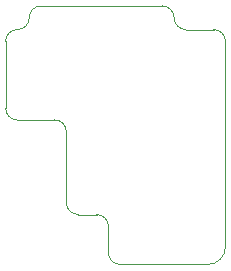
<source format=gm1>
%TF.GenerationSoftware,KiCad,Pcbnew,(5.1.2-1)-1*%
%TF.CreationDate,2020-09-09T12:05:02+02:00*%
%TF.ProjectId,N64 RGB AMP v1,4e363420-5247-4422-9041-4d502076312e,2.21*%
%TF.SameCoordinates,Original*%
%TF.FileFunction,Profile,NP*%
%FSLAX46Y46*%
G04 Gerber Fmt 4.6, Leading zero omitted, Abs format (unit mm)*
G04 Created by KiCad (PCBNEW (5.1.2-1)-1) date 2020-09-09 12:05:02*
%MOMM*%
%LPD*%
G04 APERTURE LIST*
%ADD10C,0.010000*%
G04 APERTURE END LIST*
D10*
X129730000Y-167370000D02*
G75*
G02X128740000Y-166380000I0J990000D01*
G01*
X120030000Y-148480000D02*
G75*
G02X121030000Y-147480000I1000000J0D01*
G01*
X137650000Y-147480000D02*
G75*
G02X138650000Y-148480000I0J-1000000D01*
G01*
X124180000Y-155130000D02*
G75*
G02X125180000Y-156130000I0J-1000000D01*
G01*
X138650000Y-165870000D02*
X138650000Y-148480000D01*
X122030000Y-146480000D02*
G75*
G02X123030000Y-145480000I1000000J0D01*
G01*
X127740000Y-163140000D02*
G75*
G02X128740000Y-164140000I0J-1000000D01*
G01*
X126170000Y-163140000D02*
X127740000Y-163140000D01*
X125180000Y-162150000D02*
X125180000Y-156130000D01*
X122030000Y-146480000D02*
G75*
G02X121030000Y-147480000I-1000000J0D01*
G01*
X123030000Y-145480000D02*
X133300000Y-145480000D01*
X120030000Y-154130000D02*
X120030000Y-148480000D01*
X129730000Y-167370000D02*
X137150000Y-167370000D01*
X135300000Y-147480000D02*
G75*
G02X134300000Y-146480000I0J1000000D01*
G01*
X133300000Y-145480000D02*
G75*
G02X134300000Y-146480000I0J-1000000D01*
G01*
X135300000Y-147480000D02*
X137650000Y-147480000D01*
X137150000Y-167370000D02*
G75*
G03X138650000Y-165870000I0J1500000D01*
G01*
X121030000Y-155130000D02*
X124180000Y-155130000D01*
X121030000Y-155130000D02*
G75*
G02X120030000Y-154130000I0J1000000D01*
G01*
X126170000Y-163140000D02*
G75*
G02X125180000Y-162150000I0J990000D01*
G01*
X128740000Y-166380000D02*
X128740000Y-164140000D01*
M02*

</source>
